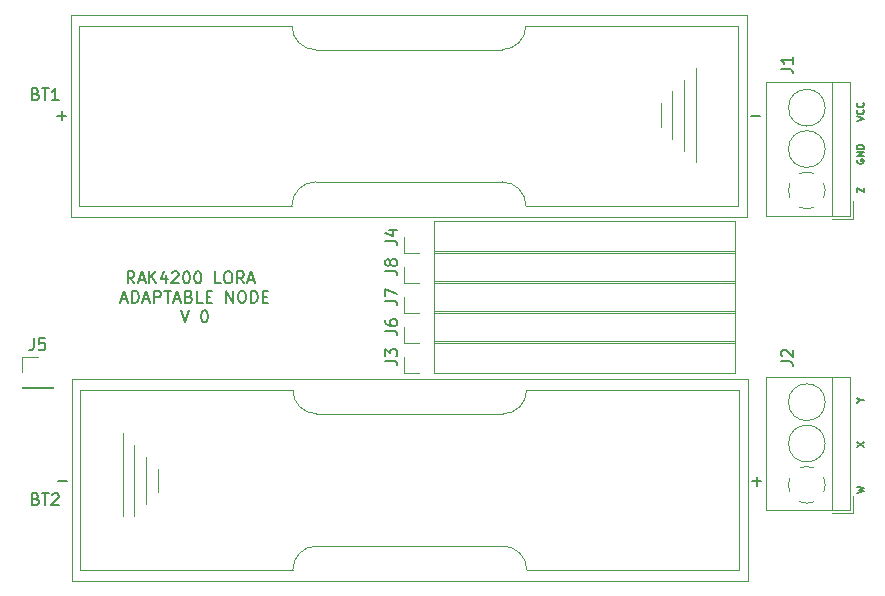
<source format=gbr>
G04 #@! TF.GenerationSoftware,KiCad,Pcbnew,5.1.5-52549c5~86~ubuntu18.04.1*
G04 #@! TF.CreationDate,2020-07-25T12:46:57-05:00*
G04 #@! TF.ProjectId,RAK4200_LORA_ADAPTABLE_NODE,52414b34-3230-4305-9f4c-4f52415f4144,rev?*
G04 #@! TF.SameCoordinates,Original*
G04 #@! TF.FileFunction,Legend,Top*
G04 #@! TF.FilePolarity,Positive*
%FSLAX46Y46*%
G04 Gerber Fmt 4.6, Leading zero omitted, Abs format (unit mm)*
G04 Created by KiCad (PCBNEW 5.1.5-52549c5~86~ubuntu18.04.1) date 2020-07-25 12:46:57*
%MOMM*%
%LPD*%
G04 APERTURE LIST*
%ADD10C,0.150000*%
%ADD11C,0.120000*%
%ADD12O,1.802000X1.802000*%
%ADD13C,1.802000*%
%ADD14C,2.102000*%
%ADD15C,2.742000*%
%ADD16C,2.502000*%
%ADD17R,2.502000X2.502000*%
%ADD18C,3.102000*%
G04 APERTURE END LIST*
D10*
X112967142Y-123262380D02*
X112633809Y-122786190D01*
X112395714Y-123262380D02*
X112395714Y-122262380D01*
X112776666Y-122262380D01*
X112871904Y-122310000D01*
X112919523Y-122357619D01*
X112967142Y-122452857D01*
X112967142Y-122595714D01*
X112919523Y-122690952D01*
X112871904Y-122738571D01*
X112776666Y-122786190D01*
X112395714Y-122786190D01*
X113348095Y-122976666D02*
X113824285Y-122976666D01*
X113252857Y-123262380D02*
X113586190Y-122262380D01*
X113919523Y-123262380D01*
X114252857Y-123262380D02*
X114252857Y-122262380D01*
X114824285Y-123262380D02*
X114395714Y-122690952D01*
X114824285Y-122262380D02*
X114252857Y-122833809D01*
X115681428Y-122595714D02*
X115681428Y-123262380D01*
X115443333Y-122214761D02*
X115205238Y-122929047D01*
X115824285Y-122929047D01*
X116157619Y-122357619D02*
X116205238Y-122310000D01*
X116300476Y-122262380D01*
X116538571Y-122262380D01*
X116633809Y-122310000D01*
X116681428Y-122357619D01*
X116729047Y-122452857D01*
X116729047Y-122548095D01*
X116681428Y-122690952D01*
X116110000Y-123262380D01*
X116729047Y-123262380D01*
X117348095Y-122262380D02*
X117443333Y-122262380D01*
X117538571Y-122310000D01*
X117586190Y-122357619D01*
X117633809Y-122452857D01*
X117681428Y-122643333D01*
X117681428Y-122881428D01*
X117633809Y-123071904D01*
X117586190Y-123167142D01*
X117538571Y-123214761D01*
X117443333Y-123262380D01*
X117348095Y-123262380D01*
X117252857Y-123214761D01*
X117205238Y-123167142D01*
X117157619Y-123071904D01*
X117110000Y-122881428D01*
X117110000Y-122643333D01*
X117157619Y-122452857D01*
X117205238Y-122357619D01*
X117252857Y-122310000D01*
X117348095Y-122262380D01*
X118300476Y-122262380D02*
X118395714Y-122262380D01*
X118490952Y-122310000D01*
X118538571Y-122357619D01*
X118586190Y-122452857D01*
X118633809Y-122643333D01*
X118633809Y-122881428D01*
X118586190Y-123071904D01*
X118538571Y-123167142D01*
X118490952Y-123214761D01*
X118395714Y-123262380D01*
X118300476Y-123262380D01*
X118205238Y-123214761D01*
X118157619Y-123167142D01*
X118110000Y-123071904D01*
X118062380Y-122881428D01*
X118062380Y-122643333D01*
X118110000Y-122452857D01*
X118157619Y-122357619D01*
X118205238Y-122310000D01*
X118300476Y-122262380D01*
X120300476Y-123262380D02*
X119824285Y-123262380D01*
X119824285Y-122262380D01*
X120824285Y-122262380D02*
X121014761Y-122262380D01*
X121110000Y-122310000D01*
X121205238Y-122405238D01*
X121252857Y-122595714D01*
X121252857Y-122929047D01*
X121205238Y-123119523D01*
X121110000Y-123214761D01*
X121014761Y-123262380D01*
X120824285Y-123262380D01*
X120729047Y-123214761D01*
X120633809Y-123119523D01*
X120586190Y-122929047D01*
X120586190Y-122595714D01*
X120633809Y-122405238D01*
X120729047Y-122310000D01*
X120824285Y-122262380D01*
X122252857Y-123262380D02*
X121919523Y-122786190D01*
X121681428Y-123262380D02*
X121681428Y-122262380D01*
X122062380Y-122262380D01*
X122157619Y-122310000D01*
X122205238Y-122357619D01*
X122252857Y-122452857D01*
X122252857Y-122595714D01*
X122205238Y-122690952D01*
X122157619Y-122738571D01*
X122062380Y-122786190D01*
X121681428Y-122786190D01*
X122633809Y-122976666D02*
X123110000Y-122976666D01*
X122538571Y-123262380D02*
X122871904Y-122262380D01*
X123205238Y-123262380D01*
X111895714Y-124626666D02*
X112371904Y-124626666D01*
X111800476Y-124912380D02*
X112133809Y-123912380D01*
X112467142Y-124912380D01*
X112800476Y-124912380D02*
X112800476Y-123912380D01*
X113038571Y-123912380D01*
X113181428Y-123960000D01*
X113276666Y-124055238D01*
X113324285Y-124150476D01*
X113371904Y-124340952D01*
X113371904Y-124483809D01*
X113324285Y-124674285D01*
X113276666Y-124769523D01*
X113181428Y-124864761D01*
X113038571Y-124912380D01*
X112800476Y-124912380D01*
X113752857Y-124626666D02*
X114229047Y-124626666D01*
X113657619Y-124912380D02*
X113990952Y-123912380D01*
X114324285Y-124912380D01*
X114657619Y-124912380D02*
X114657619Y-123912380D01*
X115038571Y-123912380D01*
X115133809Y-123960000D01*
X115181428Y-124007619D01*
X115229047Y-124102857D01*
X115229047Y-124245714D01*
X115181428Y-124340952D01*
X115133809Y-124388571D01*
X115038571Y-124436190D01*
X114657619Y-124436190D01*
X115514761Y-123912380D02*
X116086190Y-123912380D01*
X115800476Y-124912380D02*
X115800476Y-123912380D01*
X116371904Y-124626666D02*
X116848095Y-124626666D01*
X116276666Y-124912380D02*
X116610000Y-123912380D01*
X116943333Y-124912380D01*
X117610000Y-124388571D02*
X117752857Y-124436190D01*
X117800476Y-124483809D01*
X117848095Y-124579047D01*
X117848095Y-124721904D01*
X117800476Y-124817142D01*
X117752857Y-124864761D01*
X117657619Y-124912380D01*
X117276666Y-124912380D01*
X117276666Y-123912380D01*
X117610000Y-123912380D01*
X117705238Y-123960000D01*
X117752857Y-124007619D01*
X117800476Y-124102857D01*
X117800476Y-124198095D01*
X117752857Y-124293333D01*
X117705238Y-124340952D01*
X117610000Y-124388571D01*
X117276666Y-124388571D01*
X118752857Y-124912380D02*
X118276666Y-124912380D01*
X118276666Y-123912380D01*
X119086190Y-124388571D02*
X119419523Y-124388571D01*
X119562380Y-124912380D02*
X119086190Y-124912380D01*
X119086190Y-123912380D01*
X119562380Y-123912380D01*
X120752857Y-124912380D02*
X120752857Y-123912380D01*
X121324285Y-124912380D01*
X121324285Y-123912380D01*
X121990952Y-123912380D02*
X122181428Y-123912380D01*
X122276666Y-123960000D01*
X122371904Y-124055238D01*
X122419523Y-124245714D01*
X122419523Y-124579047D01*
X122371904Y-124769523D01*
X122276666Y-124864761D01*
X122181428Y-124912380D01*
X121990952Y-124912380D01*
X121895714Y-124864761D01*
X121800476Y-124769523D01*
X121752857Y-124579047D01*
X121752857Y-124245714D01*
X121800476Y-124055238D01*
X121895714Y-123960000D01*
X121990952Y-123912380D01*
X122848095Y-124912380D02*
X122848095Y-123912380D01*
X123086190Y-123912380D01*
X123229047Y-123960000D01*
X123324285Y-124055238D01*
X123371904Y-124150476D01*
X123419523Y-124340952D01*
X123419523Y-124483809D01*
X123371904Y-124674285D01*
X123324285Y-124769523D01*
X123229047Y-124864761D01*
X123086190Y-124912380D01*
X122848095Y-124912380D01*
X123848095Y-124388571D02*
X124181428Y-124388571D01*
X124324285Y-124912380D02*
X123848095Y-124912380D01*
X123848095Y-123912380D01*
X124324285Y-123912380D01*
X116919523Y-125562380D02*
X117252857Y-126562380D01*
X117586190Y-125562380D01*
X118871904Y-125562380D02*
X118967142Y-125562380D01*
X119062380Y-125610000D01*
X119110000Y-125657619D01*
X119157619Y-125752857D01*
X119205238Y-125943333D01*
X119205238Y-126181428D01*
X119157619Y-126371904D01*
X119110000Y-126467142D01*
X119062380Y-126514761D01*
X118967142Y-126562380D01*
X118871904Y-126562380D01*
X118776666Y-126514761D01*
X118729047Y-126467142D01*
X118681428Y-126371904D01*
X118633809Y-126181428D01*
X118633809Y-125943333D01*
X118681428Y-125752857D01*
X118729047Y-125657619D01*
X118776666Y-125610000D01*
X118871904Y-125562380D01*
X174121428Y-115560000D02*
X174121428Y-115160000D01*
X174721428Y-115560000D01*
X174721428Y-115160000D01*
X174150000Y-112788571D02*
X174121428Y-112845714D01*
X174121428Y-112931428D01*
X174150000Y-113017142D01*
X174207142Y-113074285D01*
X174264285Y-113102857D01*
X174378571Y-113131428D01*
X174464285Y-113131428D01*
X174578571Y-113102857D01*
X174635714Y-113074285D01*
X174692857Y-113017142D01*
X174721428Y-112931428D01*
X174721428Y-112874285D01*
X174692857Y-112788571D01*
X174664285Y-112760000D01*
X174464285Y-112760000D01*
X174464285Y-112874285D01*
X174721428Y-112502857D02*
X174121428Y-112502857D01*
X174721428Y-112160000D01*
X174121428Y-112160000D01*
X174721428Y-111874285D02*
X174121428Y-111874285D01*
X174121428Y-111731428D01*
X174150000Y-111645714D01*
X174207142Y-111588571D01*
X174264285Y-111560000D01*
X174378571Y-111531428D01*
X174464285Y-111531428D01*
X174578571Y-111560000D01*
X174635714Y-111588571D01*
X174692857Y-111645714D01*
X174721428Y-111731428D01*
X174721428Y-111874285D01*
X174121428Y-109531428D02*
X174721428Y-109331428D01*
X174121428Y-109131428D01*
X174664285Y-108588571D02*
X174692857Y-108617142D01*
X174721428Y-108702857D01*
X174721428Y-108760000D01*
X174692857Y-108845714D01*
X174635714Y-108902857D01*
X174578571Y-108931428D01*
X174464285Y-108960000D01*
X174378571Y-108960000D01*
X174264285Y-108931428D01*
X174207142Y-108902857D01*
X174150000Y-108845714D01*
X174121428Y-108760000D01*
X174121428Y-108702857D01*
X174150000Y-108617142D01*
X174178571Y-108588571D01*
X174664285Y-107988571D02*
X174692857Y-108017142D01*
X174721428Y-108102857D01*
X174721428Y-108160000D01*
X174692857Y-108245714D01*
X174635714Y-108302857D01*
X174578571Y-108331428D01*
X174464285Y-108360000D01*
X174378571Y-108360000D01*
X174264285Y-108331428D01*
X174207142Y-108302857D01*
X174150000Y-108245714D01*
X174121428Y-108160000D01*
X174121428Y-108102857D01*
X174150000Y-108017142D01*
X174178571Y-107988571D01*
X174121428Y-141000000D02*
X174721428Y-140857142D01*
X174292857Y-140742857D01*
X174721428Y-140628571D01*
X174121428Y-140485714D01*
X174121428Y-137114285D02*
X174721428Y-136714285D01*
X174121428Y-136714285D02*
X174721428Y-137114285D01*
X174435714Y-133171428D02*
X174721428Y-133171428D01*
X174121428Y-133371428D02*
X174435714Y-133171428D01*
X174121428Y-132971428D01*
D11*
X135765000Y-123215000D02*
X135765000Y-121885000D01*
X137095000Y-123215000D02*
X135765000Y-123215000D01*
X138365000Y-123215000D02*
X138365000Y-120555000D01*
X138365000Y-120555000D02*
X163825000Y-120555000D01*
X138365000Y-123215000D02*
X163825000Y-123215000D01*
X163825000Y-123215000D02*
X163825000Y-120555000D01*
X135765000Y-125755000D02*
X135765000Y-124425000D01*
X137095000Y-125755000D02*
X135765000Y-125755000D01*
X138365000Y-125755000D02*
X138365000Y-123095000D01*
X138365000Y-123095000D02*
X163825000Y-123095000D01*
X138365000Y-125755000D02*
X163825000Y-125755000D01*
X163825000Y-125755000D02*
X163825000Y-123095000D01*
X135765000Y-128295000D02*
X135765000Y-126965000D01*
X137095000Y-128295000D02*
X135765000Y-128295000D01*
X138365000Y-128295000D02*
X138365000Y-125635000D01*
X138365000Y-125635000D02*
X163825000Y-125635000D01*
X138365000Y-128295000D02*
X163825000Y-128295000D01*
X163825000Y-128295000D02*
X163825000Y-125635000D01*
X103445000Y-129480000D02*
X104775000Y-129480000D01*
X103445000Y-130810000D02*
X103445000Y-129480000D01*
X103445000Y-132080000D02*
X106105000Y-132080000D01*
X106105000Y-132080000D02*
X106105000Y-132140000D01*
X103445000Y-132080000D02*
X103445000Y-132140000D01*
X103445000Y-132140000D02*
X106105000Y-132140000D01*
X135765000Y-120675000D02*
X135765000Y-119345000D01*
X137095000Y-120675000D02*
X135765000Y-120675000D01*
X138365000Y-120675000D02*
X138365000Y-118015000D01*
X138365000Y-118015000D02*
X163825000Y-118015000D01*
X138365000Y-120675000D02*
X163825000Y-120675000D01*
X163825000Y-120675000D02*
X163825000Y-118015000D01*
X135765000Y-130835000D02*
X135765000Y-129505000D01*
X137095000Y-130835000D02*
X135765000Y-130835000D01*
X138365000Y-130835000D02*
X138365000Y-128175000D01*
X138365000Y-128175000D02*
X163825000Y-128175000D01*
X138365000Y-130835000D02*
X163825000Y-130835000D01*
X163825000Y-130835000D02*
X163825000Y-128175000D01*
X113980000Y-141975000D02*
X113980000Y-137975000D01*
X112980000Y-136975000D02*
X112980000Y-142975000D01*
X111980000Y-143975000D02*
X111980000Y-135975000D01*
X114980000Y-140975000D02*
X114980000Y-138975000D01*
X107670000Y-148480000D02*
X107670000Y-131350000D01*
X107670000Y-131350000D02*
X164910000Y-131350000D01*
X164910000Y-131350000D02*
X164910000Y-148480000D01*
X164910000Y-148480000D02*
X107670000Y-148480000D01*
X164190000Y-147515000D02*
X164190000Y-132315000D01*
X164190000Y-132315000D02*
X146190000Y-132315000D01*
X108390000Y-147515000D02*
X108390000Y-132315000D01*
X164190000Y-147515000D02*
X146190000Y-147515000D01*
X126390000Y-147515000D02*
X108390000Y-147515000D01*
X126390000Y-132315000D02*
X108390000Y-132315000D01*
X146190000Y-132315000D02*
G75*
G02X144190000Y-134315000I-2000000J0D01*
G01*
X128390000Y-134315000D02*
G75*
G02X126390000Y-132315000I0J2000000D01*
G01*
X126390000Y-147515000D02*
G75*
G02X128390000Y-145515000I2000000J0D01*
G01*
X144190000Y-145515000D02*
G75*
G02X146190000Y-147515000I0J-2000000D01*
G01*
X144190000Y-145515000D02*
X128390000Y-145515000D01*
X128390000Y-134315000D02*
X144190000Y-134315000D01*
X173810000Y-142735000D02*
X173810000Y-141235000D01*
X172070000Y-142735000D02*
X173810000Y-142735000D01*
X166450000Y-131175000D02*
X173570000Y-131175000D01*
X166450000Y-142495000D02*
X173570000Y-142495000D01*
X173570000Y-142495000D02*
X173570000Y-131175000D01*
X166450000Y-142495000D02*
X166450000Y-131175000D01*
X172010000Y-142495000D02*
X172010000Y-131175000D01*
X171465000Y-133335000D02*
G75*
G03X171465000Y-133335000I-1555000J0D01*
G01*
X171465000Y-136835000D02*
G75*
G03X171465000Y-136835000I-1555000J0D01*
G01*
X171465492Y-140307989D02*
G75*
G02X171342000Y-140943000I-1555492J-27011D01*
G01*
X170517742Y-141767109D02*
G75*
G02X169302000Y-141767000I-607742J1432109D01*
G01*
X168477891Y-140942742D02*
G75*
G02X168478000Y-139727000I1432109J607742D01*
G01*
X169302258Y-138902891D02*
G75*
G02X170518000Y-138903000I607742J-1432109D01*
G01*
X171341385Y-139727413D02*
G75*
G02X171465000Y-140335000I-1431385J-607587D01*
G01*
X173810000Y-117800000D02*
X173810000Y-116300000D01*
X172070000Y-117800000D02*
X173810000Y-117800000D01*
X166450000Y-106240000D02*
X173570000Y-106240000D01*
X166450000Y-117560000D02*
X173570000Y-117560000D01*
X173570000Y-117560000D02*
X173570000Y-106240000D01*
X166450000Y-117560000D02*
X166450000Y-106240000D01*
X172010000Y-117560000D02*
X172010000Y-106240000D01*
X171465000Y-108400000D02*
G75*
G03X171465000Y-108400000I-1555000J0D01*
G01*
X171465000Y-111900000D02*
G75*
G03X171465000Y-111900000I-1555000J0D01*
G01*
X171465492Y-115372989D02*
G75*
G02X171342000Y-116008000I-1555492J-27011D01*
G01*
X170517742Y-116832109D02*
G75*
G02X169302000Y-116832000I-607742J1432109D01*
G01*
X168477891Y-116007742D02*
G75*
G02X168478000Y-114792000I1432109J607742D01*
G01*
X169302258Y-113967891D02*
G75*
G02X170518000Y-113968000I607742J-1432109D01*
G01*
X171341385Y-114792413D02*
G75*
G02X171465000Y-115400000I-1431385J-607587D01*
G01*
X158530000Y-107025000D02*
X158530000Y-111025000D01*
X159530000Y-112025000D02*
X159530000Y-106025000D01*
X160530000Y-105025000D02*
X160530000Y-113025000D01*
X157530000Y-108025000D02*
X157530000Y-110025000D01*
X164840000Y-100520000D02*
X164840000Y-117650000D01*
X164840000Y-117650000D02*
X107600000Y-117650000D01*
X107600000Y-117650000D02*
X107600000Y-100520000D01*
X107600000Y-100520000D02*
X164840000Y-100520000D01*
X108320000Y-101485000D02*
X108320000Y-116685000D01*
X108320000Y-116685000D02*
X126320000Y-116685000D01*
X164120000Y-101485000D02*
X164120000Y-116685000D01*
X108320000Y-101485000D02*
X126320000Y-101485000D01*
X146120000Y-101485000D02*
X164120000Y-101485000D01*
X146120000Y-116685000D02*
X164120000Y-116685000D01*
X126320000Y-116685000D02*
G75*
G02X128320000Y-114685000I2000000J0D01*
G01*
X144120000Y-114685000D02*
G75*
G02X146120000Y-116685000I0J-2000000D01*
G01*
X146120000Y-101485000D02*
G75*
G02X144120000Y-103485000I-2000000J0D01*
G01*
X128320000Y-103485000D02*
G75*
G02X126320000Y-101485000I0J2000000D01*
G01*
X128320000Y-103485000D02*
X144120000Y-103485000D01*
X144120000Y-114685000D02*
X128320000Y-114685000D01*
D10*
X134217380Y-122218333D02*
X134931666Y-122218333D01*
X135074523Y-122265952D01*
X135169761Y-122361190D01*
X135217380Y-122504047D01*
X135217380Y-122599285D01*
X134645952Y-121599285D02*
X134598333Y-121694523D01*
X134550714Y-121742142D01*
X134455476Y-121789761D01*
X134407857Y-121789761D01*
X134312619Y-121742142D01*
X134265000Y-121694523D01*
X134217380Y-121599285D01*
X134217380Y-121408809D01*
X134265000Y-121313571D01*
X134312619Y-121265952D01*
X134407857Y-121218333D01*
X134455476Y-121218333D01*
X134550714Y-121265952D01*
X134598333Y-121313571D01*
X134645952Y-121408809D01*
X134645952Y-121599285D01*
X134693571Y-121694523D01*
X134741190Y-121742142D01*
X134836428Y-121789761D01*
X135026904Y-121789761D01*
X135122142Y-121742142D01*
X135169761Y-121694523D01*
X135217380Y-121599285D01*
X135217380Y-121408809D01*
X135169761Y-121313571D01*
X135122142Y-121265952D01*
X135026904Y-121218333D01*
X134836428Y-121218333D01*
X134741190Y-121265952D01*
X134693571Y-121313571D01*
X134645952Y-121408809D01*
X134217380Y-124758333D02*
X134931666Y-124758333D01*
X135074523Y-124805952D01*
X135169761Y-124901190D01*
X135217380Y-125044047D01*
X135217380Y-125139285D01*
X134217380Y-124377380D02*
X134217380Y-123710714D01*
X135217380Y-124139285D01*
X134217380Y-127298333D02*
X134931666Y-127298333D01*
X135074523Y-127345952D01*
X135169761Y-127441190D01*
X135217380Y-127584047D01*
X135217380Y-127679285D01*
X134217380Y-126393571D02*
X134217380Y-126584047D01*
X134265000Y-126679285D01*
X134312619Y-126726904D01*
X134455476Y-126822142D01*
X134645952Y-126869761D01*
X135026904Y-126869761D01*
X135122142Y-126822142D01*
X135169761Y-126774523D01*
X135217380Y-126679285D01*
X135217380Y-126488809D01*
X135169761Y-126393571D01*
X135122142Y-126345952D01*
X135026904Y-126298333D01*
X134788809Y-126298333D01*
X134693571Y-126345952D01*
X134645952Y-126393571D01*
X134598333Y-126488809D01*
X134598333Y-126679285D01*
X134645952Y-126774523D01*
X134693571Y-126822142D01*
X134788809Y-126869761D01*
X104441666Y-127932380D02*
X104441666Y-128646666D01*
X104394047Y-128789523D01*
X104298809Y-128884761D01*
X104155952Y-128932380D01*
X104060714Y-128932380D01*
X105394047Y-127932380D02*
X104917857Y-127932380D01*
X104870238Y-128408571D01*
X104917857Y-128360952D01*
X105013095Y-128313333D01*
X105251190Y-128313333D01*
X105346428Y-128360952D01*
X105394047Y-128408571D01*
X105441666Y-128503809D01*
X105441666Y-128741904D01*
X105394047Y-128837142D01*
X105346428Y-128884761D01*
X105251190Y-128932380D01*
X105013095Y-128932380D01*
X104917857Y-128884761D01*
X104870238Y-128837142D01*
X134217380Y-119678333D02*
X134931666Y-119678333D01*
X135074523Y-119725952D01*
X135169761Y-119821190D01*
X135217380Y-119964047D01*
X135217380Y-120059285D01*
X134550714Y-118773571D02*
X135217380Y-118773571D01*
X134169761Y-119011666D02*
X134884047Y-119249761D01*
X134884047Y-118630714D01*
X134217380Y-129838333D02*
X134931666Y-129838333D01*
X135074523Y-129885952D01*
X135169761Y-129981190D01*
X135217380Y-130124047D01*
X135217380Y-130219285D01*
X134217380Y-129457380D02*
X134217380Y-128838333D01*
X134598333Y-129171666D01*
X134598333Y-129028809D01*
X134645952Y-128933571D01*
X134693571Y-128885952D01*
X134788809Y-128838333D01*
X135026904Y-128838333D01*
X135122142Y-128885952D01*
X135169761Y-128933571D01*
X135217380Y-129028809D01*
X135217380Y-129314523D01*
X135169761Y-129409761D01*
X135122142Y-129457380D01*
X104624285Y-141533571D02*
X104767142Y-141581190D01*
X104814761Y-141628809D01*
X104862380Y-141724047D01*
X104862380Y-141866904D01*
X104814761Y-141962142D01*
X104767142Y-142009761D01*
X104671904Y-142057380D01*
X104290952Y-142057380D01*
X104290952Y-141057380D01*
X104624285Y-141057380D01*
X104719523Y-141105000D01*
X104767142Y-141152619D01*
X104814761Y-141247857D01*
X104814761Y-141343095D01*
X104767142Y-141438333D01*
X104719523Y-141485952D01*
X104624285Y-141533571D01*
X104290952Y-141533571D01*
X105148095Y-141057380D02*
X105719523Y-141057380D01*
X105433809Y-142057380D02*
X105433809Y-141057380D01*
X106005238Y-141152619D02*
X106052857Y-141105000D01*
X106148095Y-141057380D01*
X106386190Y-141057380D01*
X106481428Y-141105000D01*
X106529047Y-141152619D01*
X106576666Y-141247857D01*
X106576666Y-141343095D01*
X106529047Y-141485952D01*
X105957619Y-142057380D01*
X106576666Y-142057380D01*
X165309047Y-140046428D02*
X166070952Y-140046428D01*
X165690000Y-140427380D02*
X165690000Y-139665476D01*
X106539047Y-140046428D02*
X107300952Y-140046428D01*
X167727380Y-129873333D02*
X168441666Y-129873333D01*
X168584523Y-129920952D01*
X168679761Y-130016190D01*
X168727380Y-130159047D01*
X168727380Y-130254285D01*
X167822619Y-129444761D02*
X167775000Y-129397142D01*
X167727380Y-129301904D01*
X167727380Y-129063809D01*
X167775000Y-128968571D01*
X167822619Y-128920952D01*
X167917857Y-128873333D01*
X168013095Y-128873333D01*
X168155952Y-128920952D01*
X168727380Y-129492380D01*
X168727380Y-128873333D01*
X167727380Y-105108333D02*
X168441666Y-105108333D01*
X168584523Y-105155952D01*
X168679761Y-105251190D01*
X168727380Y-105394047D01*
X168727380Y-105489285D01*
X168727380Y-104108333D02*
X168727380Y-104679761D01*
X168727380Y-104394047D02*
X167727380Y-104394047D01*
X167870238Y-104489285D01*
X167965476Y-104584523D01*
X168013095Y-104679761D01*
X104624285Y-107243571D02*
X104767142Y-107291190D01*
X104814761Y-107338809D01*
X104862380Y-107434047D01*
X104862380Y-107576904D01*
X104814761Y-107672142D01*
X104767142Y-107719761D01*
X104671904Y-107767380D01*
X104290952Y-107767380D01*
X104290952Y-106767380D01*
X104624285Y-106767380D01*
X104719523Y-106815000D01*
X104767142Y-106862619D01*
X104814761Y-106957857D01*
X104814761Y-107053095D01*
X104767142Y-107148333D01*
X104719523Y-107195952D01*
X104624285Y-107243571D01*
X104290952Y-107243571D01*
X105148095Y-106767380D02*
X105719523Y-106767380D01*
X105433809Y-107767380D02*
X105433809Y-106767380D01*
X106576666Y-107767380D02*
X106005238Y-107767380D01*
X106290952Y-107767380D02*
X106290952Y-106767380D01*
X106195714Y-106910238D01*
X106100476Y-107005476D01*
X106005238Y-107053095D01*
X106439047Y-109096428D02*
X107200952Y-109096428D01*
X106820000Y-109477380D02*
X106820000Y-108715476D01*
X165209047Y-109096428D02*
X165970952Y-109096428D01*
%LPC*%
D12*
X162495000Y-121885000D03*
X159955000Y-121885000D03*
X157415000Y-121885000D03*
X154875000Y-121885000D03*
X152335000Y-121885000D03*
X149795000Y-121885000D03*
X147255000Y-121885000D03*
X144715000Y-121885000D03*
X142175000Y-121885000D03*
X139635000Y-121885000D03*
D13*
X137095000Y-121885000D03*
D12*
X162495000Y-124425000D03*
X159955000Y-124425000D03*
X157415000Y-124425000D03*
X154875000Y-124425000D03*
X152335000Y-124425000D03*
X149795000Y-124425000D03*
X147255000Y-124425000D03*
X144715000Y-124425000D03*
X142175000Y-124425000D03*
X139635000Y-124425000D03*
D13*
X137095000Y-124425000D03*
D12*
X162495000Y-126965000D03*
X159955000Y-126965000D03*
X157415000Y-126965000D03*
X154875000Y-126965000D03*
X152335000Y-126965000D03*
X149795000Y-126965000D03*
X147255000Y-126965000D03*
X144715000Y-126965000D03*
X142175000Y-126965000D03*
X139635000Y-126965000D03*
D13*
X137095000Y-126965000D03*
X104775000Y-130810000D03*
D12*
X162495000Y-119345000D03*
X159955000Y-119345000D03*
X157415000Y-119345000D03*
X154875000Y-119345000D03*
X152335000Y-119345000D03*
X149795000Y-119345000D03*
X147255000Y-119345000D03*
X144715000Y-119345000D03*
X142175000Y-119345000D03*
X139635000Y-119345000D03*
D13*
X137095000Y-119345000D03*
D12*
X162495000Y-129505000D03*
X159955000Y-129505000D03*
X157415000Y-129505000D03*
X154875000Y-129505000D03*
X152335000Y-129505000D03*
X149795000Y-129505000D03*
X147255000Y-129505000D03*
X144715000Y-129505000D03*
X142175000Y-129505000D03*
X139635000Y-129505000D03*
D13*
X137095000Y-129505000D03*
D14*
X162290000Y-139915000D03*
X110300000Y-139915000D03*
D15*
X113060000Y-133920000D03*
X159540000Y-145910000D03*
D16*
X169910000Y-133335000D03*
X169910000Y-136835000D03*
D17*
X169910000Y-140335000D03*
D16*
X169910000Y-108400000D03*
X169910000Y-111900000D03*
D17*
X169910000Y-115400000D03*
D14*
X110220000Y-109085000D03*
X162210000Y-109085000D03*
D15*
X159450000Y-115080000D03*
X112970000Y-103090000D03*
D18*
X105500000Y-124500000D03*
X112500000Y-144500000D03*
X162500000Y-104500000D03*
X169500000Y-124500000D03*
M02*

</source>
